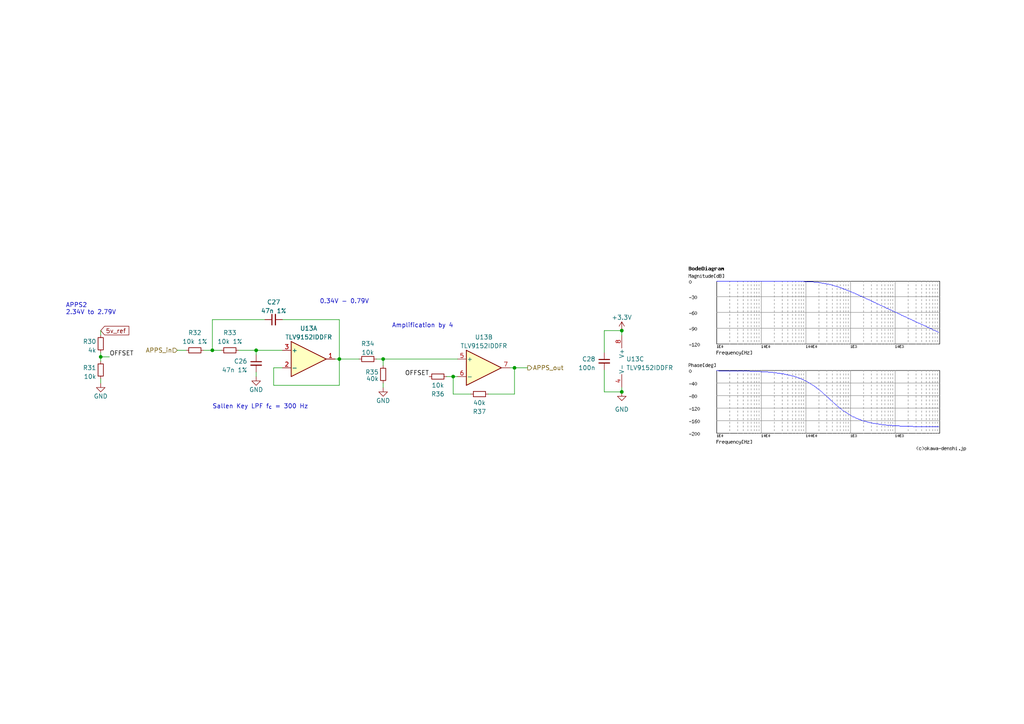
<source format=kicad_sch>
(kicad_sch (version 20230121) (generator eeschema)
  (paper "A4")
  (title_block (title "APPS") (date "2023-03-11") (rev "${REVISION}") (company "Author: Szymon Kostrubiec") (comment 1 "Reviewer:"))
  (lib_symbols
    (symbol "Amplifier_Operational:TLV9062" (pin_names (offset 0.127))
      (property "Reference" "U" (at 0 5.08 0))
      (property "Value" "TLV9062" (at 0 -5.08 0))
      (symbol "TLV9062_1_1"
        (polyline (pts (xy -5.08 5.08) (xy 5.08 0) (xy -5.08 -5.08) (xy -5.08 5.08)) (stroke (width 0.254)) (fill (type background)))
        (pin output line (at 7.62 0 180) (length 2.54) (name "~") (number "1"))
        (pin input line (at -7.62 -2.54 0) (length 2.54) (name "-") (number "2"))
        (pin input line (at -7.62 2.54 0) (length 2.54) (name "+") (number "3"))
      )
      (symbol "TLV9062_2_1"
        (polyline (pts (xy -5.08 5.08) (xy 5.08 0) (xy -5.08 -5.08) (xy -5.08 5.08)) (stroke (width 0.254)) (fill (type background)))
        (pin input line (at -7.62 2.54 0) (length 2.54) (name "+") (number "5"))
        (pin input line (at -7.62 -2.54 0) (length 2.54) (name "-") (number "6"))
        (pin output line (at 7.62 0 180) (length 2.54) (name "~") (number "7"))
      )
      (symbol "TLV9062_3_1"
        (pin power_in line (at -2.54 -7.62 90) (length 3.81) (name "V-") (number "4"))
        (pin power_in line (at -2.54 7.62 270) (length 3.81) (name "V+") (number "8"))
      )
    )
    (symbol "Device:C_Small" (pin_numbers hide) (pin_names (offset 0.254) hide)
      (property "Reference" "C" (at 0.254 1.778 0))
      (property "Value" "C_Small" (at 0.254 -2.032 0))
      (symbol "C_Small_0_1"
        (polyline (pts (xy -1.524 -0.508) (xy 1.524 -0.508)) (stroke (width 0.3302)))
        (polyline (pts (xy -1.524 0.508) (xy 1.524 0.508)) (stroke (width 0.3048)))
      )
      (symbol "C_Small_1_1"
        (pin passive line (at 0 2.54 270) (length 2.032) (name "~") (number "1"))
        (pin passive line (at 0 -2.54 90) (length 2.032) (name "~") (number "2"))
      )
    )
    (symbol "Device:R_Small" (pin_numbers hide) (pin_names (offset 0.254) hide)
      (property "Reference" "R" (at 0.762 0.508 0))
      (property "Value" "R_Small" (at 0.762 -1.016 0))
      (symbol "R_Small_0_1"
        (rectangle (start -0.762 1.778) (end 0.762 -1.778) (stroke (width 0.2032)))
      )
      (symbol "R_Small_1_1"
        (pin passive line (at 0 2.54 270) (length 0.762) (name "~") (number "1"))
        (pin passive line (at 0 -2.54 90) (length 0.762) (name "~") (number "2"))
      )
    )
    (symbol "power:+3.3V" (power) (pin_names (offset 0))
      (property "Value" "+3.3V" (at 0 3.556 0))
      (symbol "+3.3V_0_1"
        (polyline (pts (xy -0.762 1.27) (xy 0 2.54)))
        (polyline (pts (xy 0 0) (xy 0 2.54)))
        (polyline (pts (xy 0 2.54) (xy 0.762 1.27)))
      )
      (symbol "+3.3V_1_1"
        (pin power_in line (at 0 0 90) (length 0) hide (name "+3.3V") (number "1"))
      )
    )
    (symbol "power:GND" (power) (pin_names (offset 0))
      (property "Value" "GND" (at 0 -3.81 0))
      (symbol "GND_0_1"
        (polyline (pts (xy 0 0) (xy 0 -1.27) (xy 1.27 -1.27) (xy 0 -2.54) (xy -1.27 -1.27) (xy 0 -1.27)))
      )
      (symbol "GND_1_1"
        (pin power_in line (at 0 0 270) (length 0) hide (name "GND") (number "1"))
      )
    )
  )
  (junction (at 180.34 95.885))
  (junction (at 180.34 113.665))
  (junction (at 29.21 103.505))
  (junction (at 131.445 109.22))
  (junction (at 98.425 104.14))
  (junction (at 149.225 106.68))
  (junction (at 111.125 104.14))
  (junction (at 61.595 101.6))
  (junction (at 74.295 101.6))
  (wire (pts (xy 97.155 104.14) (xy 98.425 104.14)))
  (wire (pts (xy 141.605 114.3) (xy 149.225 114.3)))
  (wire (pts (xy 69.215 101.6) (xy 74.295 101.6)))
  (wire (pts (xy 111.125 104.14) (xy 132.715 104.14)))
  (wire (pts (xy 109.22 104.14) (xy 111.125 104.14)))
  (wire (pts (xy 61.595 101.6) (xy 64.135 101.6)))
  (wire (pts (xy 98.425 92.71) (xy 81.915 92.71)))
  (wire (pts (xy 180.34 112.395) (xy 180.34 113.665)))
  (wire (pts (xy 74.295 107.95) (xy 74.295 109.22)))
  (wire (pts (xy 29.21 95.885) (xy 29.21 97.155)))
  (wire (pts (xy 79.375 106.68) (xy 81.915 106.68)))
  (wire (pts (xy 98.425 104.14) (xy 98.425 111.76)))
  (wire (pts (xy 111.125 111.125) (xy 111.125 112.395)))
  (wire (pts (xy 29.21 103.505) (xy 29.21 104.775)))
  (wire (pts (xy 29.21 109.855) (xy 29.21 111.125)))
  (wire (pts (xy 51.435 101.6) (xy 53.975 101.6)))
  (wire (pts (xy 147.955 106.68) (xy 149.225 106.68)))
  (wire (pts (xy 61.595 101.6) (xy 61.595 92.71)))
  (wire (pts (xy 59.055 101.6) (xy 61.595 101.6)))
  (wire (pts (xy 175.26 113.665) (xy 180.34 113.665)))
  (wire (pts (xy 129.54 109.22) (xy 131.445 109.22)))
  (wire (pts (xy 98.425 111.76) (xy 79.375 111.76)))
  (wire (pts (xy 131.445 114.3) (xy 131.445 109.22)))
  (wire (pts (xy 74.295 101.6) (xy 81.915 101.6)))
  (wire (pts (xy 175.26 95.885) (xy 180.34 95.885)))
  (wire (pts (xy 111.125 104.14) (xy 111.125 106.045)))
  (wire (pts (xy 74.295 102.87) (xy 74.295 101.6)))
  (wire (pts (xy 79.375 111.76) (xy 79.375 106.68)))
  (wire (pts (xy 31.75 103.505) (xy 29.21 103.505)))
  (wire (pts (xy 149.225 106.68) (xy 153.035 106.68)))
  (wire (pts (xy 136.525 114.3) (xy 131.445 114.3)))
  (wire (pts (xy 131.445 109.22) (xy 132.715 109.22)))
  (wire (pts (xy 175.26 102.235) (xy 175.26 95.885)))
  (wire (pts (xy 61.595 92.71) (xy 76.835 92.71)))
  (wire (pts (xy 98.425 104.14) (xy 104.14 104.14)))
  (wire (pts (xy 180.34 95.885) (xy 180.34 97.155)))
  (wire (pts (xy 175.26 107.315) (xy 175.26 113.665)))
  (wire (pts (xy 29.21 102.235) (xy 29.21 103.505)))
  (wire (pts (xy 149.225 114.3) (xy 149.225 106.68)))
  (wire (pts (xy 98.425 104.14) (xy 98.425 92.71)))
  (image (at 240.157 103.886) (scale 1.59132))
  (text "0.34V - 0.79V" (at 92.71 88.265 0) (effects (font (size 1.27 1.27)) (justify left bottom)))
  (text "Amplification by 4" (at 113.665 95.25 0) (effects (font (size 1.27 1.27)) (justify left bottom)))
  (text "APPS2\n2.34V to 2.79V" (at 19.05 91.44 0) (effects (font (size 1.27 1.27)) (justify left bottom)))
  (text "Sallen Key LPF f_{c} = 300 Hz" (at 61.595 118.745 0) (effects (font (size 1.27 1.27)) (justify left bottom)))
  (label "OFFSET" (at 124.46 109.22 180))
  (label "OFFSET" (at 31.75 103.505 0))
  (global_label "5v_ref" (shape input) (at 29.21 95.885 0) (property "Intersheetrefs" "${INTERSHEET_REFS}" (effects hide)))
  (hierarchical_label "APPS_in" (shape input) (at 51.435 101.6 180))
  (hierarchical_label "APPS_out" (shape output) (at 153.035 106.68 0))
  (symbol (lib_id "power:GND") (at 29.21 111.125 0) (mirror y) (unit 1)
    (property "Reference" "#PWR096" (effects hide))
    (property "Value" "GND" (at 29.21 114.935 0))
    (instances (project "PUTM_EV_Frontbox_2023" (path "" (reference "#PWR096") (unit 1)) (path "" (reference "#PWR093") (unit 1)) (path "" (reference "#PWR0121") (unit 1))))
  )
  (symbol (lib_id "Device:R_Small") (at 139.065 114.3 270) (unit 1)
    (property "Reference" "R37" (at 139.065 119.38 90))
    (property "Value" "40k" (at 139.065 116.84 90))
    (property "Footprint" "Resistor_SMD:R_0402_1005Metric" (effects hide))
    (instances (project "PUTM_EV_Frontbox_2023" (path "" (reference "R37") (unit 1)) (path "" (reference "R74") (unit 1))))
  )
  (symbol (lib_id "Device:R_Small") (at 106.68 104.14 270) (unit 1)
    (property "Reference" "R34" (at 106.68 99.695 90))
    (property "Value" "10k" (at 106.68 102.235 90))
    (property "Footprint" "Resistor_SMD:R_0402_1005Metric" (effects hide))
    (instances (project "PUTM_EV_Frontbox_2023" (path "" (reference "R34") (unit 1)) (path "" (reference "R71") (unit 1))))
  )
  (symbol (lib_id "power:GND") (at 180.34 113.665 0) (unit 1)
    (property "Reference" "#PWR097" (effects hide))
    (property "Value" "GND" (at 180.34 118.745 0))
    (instances (project "PUTM_EV_Frontbox_2023" (path "" (reference "#PWR097") (unit 1)) (path "" (reference "#PWR0125") (unit 1))))
  )
  (symbol (lib_id "Amplifier_Operational:TLV9062") (at 182.88 104.775 0) (unit 3)
    (property "Reference" "U13" (at 181.61 104.14 0) (effects (justify left)))
    (property "Value" "TLV9152IDDFR" (at 181.61 106.68 0) (effects (justify left)))
    (property "Footprint" "Package_TO_SOT_SMD:TSOT-23-8_HandSoldering" (effects hide))
    (property "Datasheet" "https://www.ti.com/lit/ds/symlink/tlv9151.pdf?HQS=dis-mous-null-mousermode-dsf-pf-null-wwe&ts=1677335283651&ref_url=https%253A%252F%252Fwww.mouser.pl%252F" (effects hide))
    (instances (project "PUTM_EV_Frontbox_2023" (path "" (reference "U13") (unit 3)) (path "" (reference "U18") (unit 3))))
  )
  (symbol (lib_id "Device:R_Small") (at 56.515 101.6 90) (unit 1)
    (property "Reference" "R32" (at 56.515 96.52 90))
    (property "Value" "10k 1%" (at 56.515 99.06 90))
    (property "Footprint" "Resistor_SMD:R_0402_1005Metric" (effects hide))
    (instances (project "PUTM_EV_Frontbox_2023" (path "" (reference "R32") (unit 1)) (path "" (reference "R69") (unit 1))))
  )
  (symbol (lib_id "Device:R_Small") (at 29.21 99.695 0) (mirror y) (unit 1)
    (property "Reference" "R30" (at 27.94 99.06 0) (effects (justify left)))
    (property "Value" "4k" (at 27.94 101.6 0) (effects (justify left)))
    (property "Footprint" "Resistor_SMD:R_0402_1005Metric" (effects hide))
    (instances (project "PUTM_EV_Frontbox_2023" (path "" (reference "R30") (unit 1)) (path "" (reference "R30") (unit 1)) (path "" (reference "R67") (unit 1))))
  )
  (symbol (lib_id "power:+3.3V") (at 180.34 95.885 0) (unit 1)
    (property "Reference" "#PWR096" (effects hide))
    (property "Value" "+3.3V" (at 180.34 92.075 0))
    (instances (project "PUTM_EV_Frontbox_2023" (path "" (reference "#PWR096") (unit 1)) (path "" (reference "#PWR0124") (unit 1))))
  )
  (symbol (lib_id "Device:R_Small") (at 29.21 107.315 0) (mirror y) (unit 1)
    (property "Reference" "R31" (at 27.94 106.68 0) (effects (justify left)))
    (property "Value" "10k" (at 27.94 109.22 0) (effects (justify left)))
    (property "Footprint" "Resistor_SMD:R_0402_1005Metric" (effects hide))
    (instances (project "PUTM_EV_Frontbox_2023" (path "" (reference "R31") (unit 1)) (path "" (reference "R31") (unit 1)) (path "" (reference "R68") (unit 1))))
  )
  (symbol (lib_id "Device:R_Small") (at 127 109.22 270) (unit 1)
    (property "Reference" "R36" (at 127 114.3 90))
    (property "Value" "10k" (at 127 111.76 90))
    (property "Footprint" "Resistor_SMD:R_0402_1005Metric" (effects hide))
    (instances (project "PUTM_EV_Frontbox_2023" (path "" (reference "R36") (unit 1)) (path "" (reference "R73") (unit 1))))
  )
  (symbol (lib_id "Amplifier_Operational:TLV9062") (at 140.335 106.68 0) (unit 2)
    (property "Reference" "U13" (at 140.335 97.79 0))
    (property "Value" "TLV9152IDDFR" (at 140.335 100.33 0))
    (property "Footprint" "Package_TO_SOT_SMD:TSOT-23-8_HandSoldering" (effects hide))
    (property "Datasheet" "https://www.ti.com/lit/ds/symlink/tlv9151.pdf?HQS=dis-mous-null-mousermode-dsf-pf-null-wwe&ts=1677335283651&ref_url=https%253A%252F%252Fwww.mouser.pl%252F" (effects hide))
    (instances (project "PUTM_EV_Frontbox_2023" (path "" (reference "U13") (unit 2)) (path "" (reference "U18") (unit 2))))
  )
  (symbol (lib_id "power:GND") (at 111.125 112.395 0) (unit 1)
    (property "Reference" "#PWR095" (effects hide))
    (property "Value" "GND" (at 111.125 116.205 0))
    (instances (project "PUTM_EV_Frontbox_2023" (path "" (reference "#PWR095") (unit 1)) (path "" (reference "#PWR0123") (unit 1))))
  )
  (symbol (lib_id "power:GND") (at 74.295 109.22 0) (unit 1)
    (property "Reference" "#PWR094" (effects hide))
    (property "Value" "GND" (at 74.295 113.03 0))
    (instances (project "PUTM_EV_Frontbox_2023" (path "" (reference "#PWR094") (unit 1)) (path "" (reference "#PWR0122") (unit 1))))
  )
  (symbol (lib_id "Device:C_Small") (at 175.26 104.775 0) (unit 1)
    (property "Reference" "C28" (at 172.72 104.1463 0) (effects (justify right)))
    (property "Value" "100n" (at 172.72 106.6863 0) (effects (justify right)))
    (property "Footprint" "Capacitor_SMD:C_0402_1005Metric_Pad0.74x0.62mm_HandSolder" (effects hide))
    (instances (project "PUTM_EV_Frontbox_2023" (path "" (reference "C28") (unit 1)) (path "" (reference "C35") (unit 1))))
  )
  (symbol (lib_id "Device:R_Small") (at 111.125 108.585 0) (mirror y) (unit 1)
    (property "Reference" "R35" (at 109.855 107.95 0) (effects (justify left)))
    (property "Value" "40k" (at 109.855 109.855 0) (effects (justify left)))
    (property "Footprint" "Resistor_SMD:R_0402_1005Metric" (effects hide))
    (instances (project "PUTM_EV_Frontbox_2023" (path "" (reference "R35") (unit 1)) (path "" (reference "R72") (unit 1))))
  )
  (symbol (lib_id "Device:C_Small") (at 79.375 92.71 90) (unit 1)
    (property "Reference" "C27" (at 79.3813 87.63 90))
    (property "Value" "47n 1%" (at 79.3813 90.17 90))
    (property "Footprint" "Capacitor_SMD:C_0402_1005Metric_Pad0.74x0.62mm_HandSolder" (effects hide))
    (instances (project "PUTM_EV_Frontbox_2023" (path "" (reference "C27") (unit 1)) (path "" (reference "C34") (unit 1))))
  )
  (symbol (lib_id "Device:C_Small") (at 74.295 105.41 0) (unit 1)
    (property "Reference" "C26" (at 71.755 104.7813 0) (effects (justify right)))
    (property "Value" "47n 1%" (at 71.755 107.3213 0) (effects (justify right)))
    (property "Footprint" "Capacitor_SMD:C_0402_1005Metric_Pad0.74x0.62mm_HandSolder" (effects hide))
    (instances (project "PUTM_EV_Frontbox_2023" (path "" (reference "C26") (unit 1)) (path "" (reference "C33") (unit 1))))
  )
  (symbol (lib_id "Device:R_Small") (at 66.675 101.6 90) (unit 1)
    (property "Reference" "R33" (at 66.675 96.52 90))
    (property "Value" "10k 1%" (at 66.675 99.06 90))
    (property "Footprint" "Resistor_SMD:R_0402_1005Metric" (effects hide))
    (instances (project "PUTM_EV_Frontbox_2023" (path "" (reference "R33") (unit 1)) (path "" (reference "R70") (unit 1))))
  )
  (symbol (lib_id "Amplifier_Operational:TLV9062") (at 89.535 104.14 0) (unit 1)
    (property "Reference" "U13" (at 89.535 95.25 0))
    (property "Value" "TLV9152IDDFR" (at 89.535 97.79 0))
    (property "Footprint" "Package_TO_SOT_SMD:TSOT-23-8_HandSoldering" (effects hide))
    (property "Datasheet" "https://www.ti.com/lit/ds/symlink/tlv9151.pdf?HQS=dis-mous-null-mousermode-dsf-pf-null-wwe&ts=1677335283651&ref_url=https%253A%252F%252Fwww.mouser.pl%252F" (effects hide))
    (instances (project "PUTM_EV_Frontbox_2023" (path "" (reference "U13") (unit 1)) (path "" (reference "U18") (unit 1))))
  )
)
</source>
